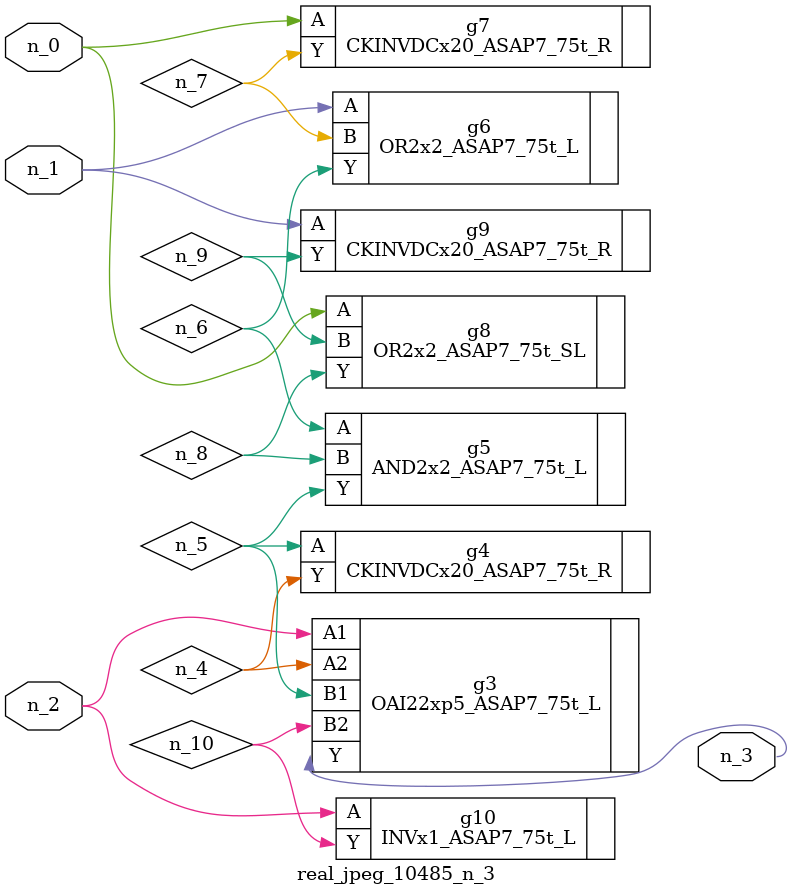
<source format=v>
module real_jpeg_10485_n_3 (n_1, n_0, n_2, n_3);

input n_1;
input n_0;
input n_2;

output n_3;

wire n_5;
wire n_4;
wire n_8;
wire n_6;
wire n_7;
wire n_10;
wire n_9;

CKINVDCx20_ASAP7_75t_R g7 ( 
.A(n_0),
.Y(n_7)
);

OR2x2_ASAP7_75t_SL g8 ( 
.A(n_0),
.B(n_9),
.Y(n_8)
);

OR2x2_ASAP7_75t_L g6 ( 
.A(n_1),
.B(n_7),
.Y(n_6)
);

CKINVDCx20_ASAP7_75t_R g9 ( 
.A(n_1),
.Y(n_9)
);

OAI22xp5_ASAP7_75t_L g3 ( 
.A1(n_2),
.A2(n_4),
.B1(n_5),
.B2(n_10),
.Y(n_3)
);

INVx1_ASAP7_75t_L g10 ( 
.A(n_2),
.Y(n_10)
);

CKINVDCx20_ASAP7_75t_R g4 ( 
.A(n_5),
.Y(n_4)
);

AND2x2_ASAP7_75t_L g5 ( 
.A(n_6),
.B(n_8),
.Y(n_5)
);


endmodule
</source>
